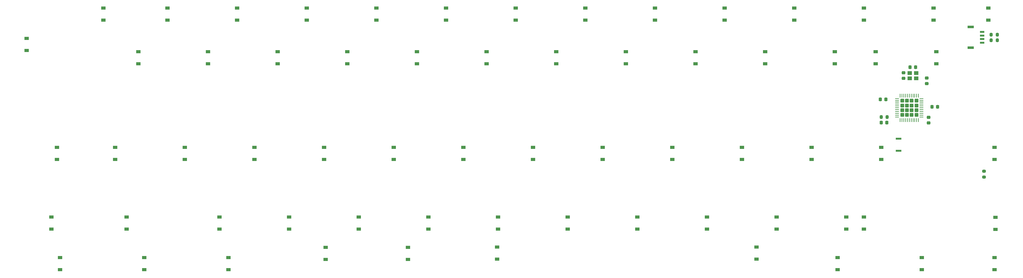
<source format=gbr>
%TF.GenerationSoftware,KiCad,Pcbnew,(6.0.7)*%
%TF.CreationDate,2022-08-07T17:46:13+02:00*%
%TF.ProjectId,nue-pcb,6e75652d-7063-4622-9e6b-696361645f70,0.1*%
%TF.SameCoordinates,Original*%
%TF.FileFunction,Paste,Top*%
%TF.FilePolarity,Positive*%
%FSLAX46Y46*%
G04 Gerber Fmt 4.6, Leading zero omitted, Abs format (unit mm)*
G04 Created by KiCad (PCBNEW (6.0.7)) date 2022-08-07 17:46:13*
%MOMM*%
%LPD*%
G01*
G04 APERTURE LIST*
G04 Aperture macros list*
%AMRoundRect*
0 Rectangle with rounded corners*
0 $1 Rounding radius*
0 $2 $3 $4 $5 $6 $7 $8 $9 X,Y pos of 4 corners*
0 Add a 4 corners polygon primitive as box body*
4,1,4,$2,$3,$4,$5,$6,$7,$8,$9,$2,$3,0*
0 Add four circle primitives for the rounded corners*
1,1,$1+$1,$2,$3*
1,1,$1+$1,$4,$5*
1,1,$1+$1,$6,$7*
1,1,$1+$1,$8,$9*
0 Add four rect primitives between the rounded corners*
20,1,$1+$1,$2,$3,$4,$5,0*
20,1,$1+$1,$4,$5,$6,$7,0*
20,1,$1+$1,$6,$7,$8,$9,0*
20,1,$1+$1,$8,$9,$2,$3,0*%
G04 Aperture macros list end*
%ADD10R,1.200000X0.900000*%
%ADD11R,1.200000X0.600000*%
%ADD12R,1.800000X0.800000*%
%ADD13RoundRect,0.225000X-0.250000X0.225000X-0.250000X-0.225000X0.250000X-0.225000X0.250000X0.225000X0*%
%ADD14RoundRect,0.225000X0.250000X-0.225000X0.250000X0.225000X-0.250000X0.225000X-0.250000X-0.225000X0*%
%ADD15RoundRect,0.225000X0.225000X0.250000X-0.225000X0.250000X-0.225000X-0.250000X0.225000X-0.250000X0*%
%ADD16RoundRect,0.200000X0.275000X-0.200000X0.275000X0.200000X-0.275000X0.200000X-0.275000X-0.200000X0*%
%ADD17RoundRect,0.200000X-0.200000X-0.275000X0.200000X-0.275000X0.200000X0.275000X-0.200000X0.275000X0*%
%ADD18R,1.500000X0.550000*%
%ADD19RoundRect,0.225000X-0.225000X-0.250000X0.225000X-0.250000X0.225000X0.250000X-0.225000X0.250000X0*%
%ADD20RoundRect,0.250000X0.275000X0.275000X-0.275000X0.275000X-0.275000X-0.275000X0.275000X-0.275000X0*%
%ADD21RoundRect,0.062500X0.475000X0.062500X-0.475000X0.062500X-0.475000X-0.062500X0.475000X-0.062500X0*%
%ADD22RoundRect,0.062500X0.062500X0.475000X-0.062500X0.475000X-0.062500X-0.475000X0.062500X-0.475000X0*%
%ADD23R,1.150000X1.000000*%
G04 APERTURE END LIST*
D10*
%TO.C,D1*%
X334899000Y-68325000D03*
X334899000Y-65025000D03*
%TD*%
%TO.C,D2*%
X319881250Y-68325000D03*
X319881250Y-65025000D03*
%TD*%
%TO.C,D3*%
X300831250Y-68325000D03*
X300831250Y-65025000D03*
%TD*%
%TO.C,D4*%
X281781250Y-68325000D03*
X281781250Y-65025000D03*
%TD*%
%TO.C,D5*%
X262731250Y-68325000D03*
X262731250Y-65025000D03*
%TD*%
%TO.C,D6*%
X243681250Y-68325000D03*
X243681250Y-65025000D03*
%TD*%
%TO.C,D7*%
X224631250Y-68325000D03*
X224631250Y-65025000D03*
%TD*%
%TO.C,D8*%
X205581250Y-68325000D03*
X205581250Y-65025000D03*
%TD*%
%TO.C,D9*%
X186531250Y-68325000D03*
X186531250Y-65025000D03*
%TD*%
%TO.C,D10*%
X167481250Y-68325000D03*
X167481250Y-65025000D03*
%TD*%
%TO.C,D11*%
X148431250Y-68325000D03*
X148431250Y-65025000D03*
%TD*%
%TO.C,D12*%
X129381250Y-68325000D03*
X129381250Y-65025000D03*
%TD*%
%TO.C,D13*%
X110331250Y-68325000D03*
X110331250Y-65025000D03*
%TD*%
%TO.C,D14*%
X92868750Y-68325000D03*
X92868750Y-65025000D03*
%TD*%
%TO.C,D15*%
X320675000Y-76931250D03*
X320675000Y-80231250D03*
%TD*%
%TO.C,D16*%
X304101500Y-76931250D03*
X304101500Y-80231250D03*
%TD*%
%TO.C,D17*%
X292893750Y-76931250D03*
X292893750Y-80231250D03*
%TD*%
%TO.C,D18*%
X273843750Y-76931250D03*
X273843750Y-80231250D03*
%TD*%
%TO.C,D19*%
X254793750Y-76931250D03*
X254793750Y-80231250D03*
%TD*%
%TO.C,D20*%
X235743750Y-76931250D03*
X235743750Y-80231250D03*
%TD*%
%TO.C,D21*%
X216693750Y-76931250D03*
X216693750Y-80231250D03*
%TD*%
%TO.C,D22*%
X197643750Y-76931250D03*
X197643750Y-80231250D03*
%TD*%
%TO.C,D23*%
X178593750Y-76931250D03*
X178593750Y-80231250D03*
%TD*%
%TO.C,D24*%
X159543750Y-76931250D03*
X159543750Y-80231250D03*
%TD*%
%TO.C,D25*%
X140493750Y-76931250D03*
X140493750Y-80231250D03*
%TD*%
%TO.C,D26*%
X121443750Y-76931250D03*
X121443750Y-80231250D03*
%TD*%
%TO.C,D27*%
X102393750Y-76931250D03*
X102393750Y-80231250D03*
%TD*%
%TO.C,D29*%
X336550000Y-106425000D03*
X336550000Y-103125000D03*
%TD*%
%TO.C,D30*%
X305593750Y-106425000D03*
X305593750Y-103125000D03*
%TD*%
%TO.C,D31*%
X286543750Y-106425000D03*
X286543750Y-103125000D03*
%TD*%
%TO.C,D32*%
X267493750Y-106425000D03*
X267493750Y-103125000D03*
%TD*%
%TO.C,D33*%
X248443750Y-106425000D03*
X248443750Y-103125000D03*
%TD*%
%TO.C,D34*%
X229393750Y-106425000D03*
X229393750Y-103125000D03*
%TD*%
%TO.C,D35*%
X210343750Y-106425000D03*
X210343750Y-103125000D03*
%TD*%
%TO.C,D36*%
X191293750Y-106425000D03*
X191293750Y-103125000D03*
%TD*%
%TO.C,D37*%
X172243750Y-106425000D03*
X172243750Y-103125000D03*
%TD*%
%TO.C,D38*%
X153193750Y-106425000D03*
X153193750Y-103125000D03*
%TD*%
%TO.C,D39*%
X134143750Y-106425000D03*
X134143750Y-103125000D03*
%TD*%
%TO.C,D42*%
X96043750Y-106425000D03*
X96043750Y-103125000D03*
%TD*%
%TO.C,D43*%
X336867500Y-125538500D03*
X336867500Y-122238500D03*
%TD*%
%TO.C,D44*%
X300831250Y-125475000D03*
X300831250Y-122175000D03*
%TD*%
%TO.C,D45*%
X296068750Y-125475000D03*
X296068750Y-122175000D03*
%TD*%
%TO.C,D46*%
X277018750Y-125475000D03*
X277018750Y-122175000D03*
%TD*%
%TO.C,D47*%
X257968750Y-125475000D03*
X257968750Y-122175000D03*
%TD*%
%TO.C,D48*%
X238918750Y-125475000D03*
X238918750Y-122175000D03*
%TD*%
%TO.C,D49*%
X219868750Y-125475000D03*
X219868750Y-122175000D03*
%TD*%
%TO.C,D50*%
X200818750Y-125475000D03*
X200818750Y-122175000D03*
%TD*%
%TO.C,D51*%
X181768750Y-125475000D03*
X181768750Y-122175000D03*
%TD*%
%TO.C,D52*%
X162718750Y-125475000D03*
X162718750Y-122175000D03*
%TD*%
%TO.C,D53*%
X143668750Y-125475000D03*
X143668750Y-122175000D03*
%TD*%
%TO.C,D54*%
X124618750Y-125475000D03*
X124618750Y-122175000D03*
%TD*%
%TO.C,D55*%
X99218750Y-125475000D03*
X99218750Y-122175000D03*
%TD*%
%TO.C,D56*%
X78613000Y-125475000D03*
X78613000Y-122175000D03*
%TD*%
%TO.C,D57*%
X336550000Y-133287500D03*
X336550000Y-136587500D03*
%TD*%
%TO.C,D58*%
X316706250Y-133287500D03*
X316706250Y-136587500D03*
%TD*%
%TO.C,D59*%
X293687500Y-133287500D03*
X293687500Y-136587500D03*
%TD*%
%TO.C,D60*%
X200550000Y-130350000D03*
X200550000Y-133650000D03*
%TD*%
%TO.C,D61*%
X153620000Y-130430000D03*
X153620000Y-133730000D03*
%TD*%
%TO.C,D63*%
X103981250Y-133287500D03*
X103981250Y-136587500D03*
%TD*%
%TO.C,D64*%
X80962500Y-133287500D03*
X80962500Y-136587500D03*
%TD*%
%TO.C,D28*%
X71818500Y-76643500D03*
X71818500Y-73343500D03*
%TD*%
%TO.C,D62*%
X127000000Y-133287500D03*
X127000000Y-136587500D03*
%TD*%
D11*
%TO.C,J1*%
X333181250Y-71525000D03*
X333181250Y-72525000D03*
X333181250Y-73525000D03*
X333181250Y-74525000D03*
D12*
X330081250Y-70225000D03*
X330081250Y-75825000D03*
%TD*%
D13*
%TO.C,C2*%
X318579500Y-94919500D03*
X318579500Y-96469500D03*
%TD*%
D14*
%TO.C,C4*%
X318071500Y-85674500D03*
X318071500Y-84124500D03*
%TD*%
D15*
%TO.C,C5*%
X307162500Y-96329500D03*
X305612500Y-96329500D03*
%TD*%
D16*
%TO.C,R1*%
X333692500Y-111251500D03*
X333692500Y-109601500D03*
%TD*%
D17*
%TO.C,R2*%
X305562500Y-94805500D03*
X307212500Y-94805500D03*
%TD*%
%TO.C,R3*%
X335661500Y-72326500D03*
X337311500Y-72326500D03*
%TD*%
%TO.C,R4*%
X335661500Y-73850500D03*
X337311500Y-73850500D03*
%TD*%
D18*
%TO.C,SW_RST1*%
X310356250Y-100768750D03*
X310356250Y-104018750D03*
%TD*%
D19*
%TO.C,C1*%
X319455500Y-92011500D03*
X321005500Y-92011500D03*
%TD*%
D15*
%TO.C,C3*%
X306895500Y-89979500D03*
X305345500Y-89979500D03*
%TD*%
D20*
%TO.C,U1*%
X315235500Y-90351000D03*
X311335500Y-91651000D03*
X313935500Y-92951000D03*
X313935500Y-94251000D03*
X315235500Y-91651000D03*
X311335500Y-90351000D03*
X311335500Y-94251000D03*
X312635500Y-94251000D03*
X315235500Y-94251000D03*
X315235500Y-92951000D03*
X311335500Y-92951000D03*
X312635500Y-90351000D03*
X312635500Y-92951000D03*
X313935500Y-90351000D03*
X312635500Y-91651000D03*
X313935500Y-91651000D03*
D21*
X316623000Y-94801000D03*
X316623000Y-94301000D03*
X316623000Y-93801000D03*
X316623000Y-93301000D03*
X316623000Y-92801000D03*
X316623000Y-92301000D03*
X316623000Y-91801000D03*
X316623000Y-91301000D03*
X316623000Y-90801000D03*
X316623000Y-90301000D03*
X316623000Y-89801000D03*
D22*
X315785500Y-88963500D03*
X315285500Y-88963500D03*
X314785500Y-88963500D03*
X314285500Y-88963500D03*
X313785500Y-88963500D03*
X313285500Y-88963500D03*
X312785500Y-88963500D03*
X312285500Y-88963500D03*
X311785500Y-88963500D03*
X311285500Y-88963500D03*
X310785500Y-88963500D03*
D21*
X309948000Y-89801000D03*
X309948000Y-90301000D03*
X309948000Y-90801000D03*
X309948000Y-91301000D03*
X309948000Y-91801000D03*
X309948000Y-92301000D03*
X309948000Y-92801000D03*
X309948000Y-93301000D03*
X309948000Y-93801000D03*
X309948000Y-94301000D03*
X309948000Y-94801000D03*
D22*
X310785500Y-95638500D03*
X311285500Y-95638500D03*
X311785500Y-95638500D03*
X312285500Y-95638500D03*
X312785500Y-95638500D03*
X313285500Y-95638500D03*
X313785500Y-95638500D03*
X314285500Y-95638500D03*
X314785500Y-95638500D03*
X315285500Y-95638500D03*
X315785500Y-95638500D03*
%TD*%
D15*
%TO.C,C7*%
X315036500Y-81216500D03*
X313486500Y-81216500D03*
%TD*%
D14*
%TO.C,C6*%
X311721500Y-84277500D03*
X311721500Y-82727500D03*
%TD*%
D23*
%TO.C,Y1*%
X313386500Y-84202500D03*
X315136500Y-84202500D03*
X315136500Y-82802500D03*
X313386500Y-82802500D03*
%TD*%
D10*
%TO.C,D41*%
X80137000Y-106425000D03*
X80137000Y-103125000D03*
%TD*%
%TO.C,D40*%
X115093750Y-106425000D03*
X115093750Y-103125000D03*
%TD*%
%TO.C,D101*%
X271480000Y-130370000D03*
X271480000Y-133670000D03*
%TD*%
%TO.C,D103*%
X176120000Y-130440000D03*
X176120000Y-133740000D03*
%TD*%
M02*

</source>
